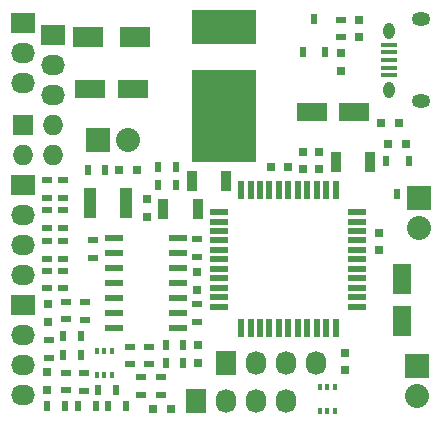
<source format=gbr>
G04 #@! TF.FileFunction,Soldermask,Top*
%FSLAX46Y46*%
G04 Gerber Fmt 4.6, Leading zero omitted, Abs format (unit mm)*
G04 Created by KiCad (PCBNEW 4.0.4-stable) date 01/19/17 12:55:29*
%MOMM*%
%LPD*%
G01*
G04 APERTURE LIST*
%ADD10C,0.100000*%
%ADD11R,1.600200X2.600960*%
%ADD12R,1.600000X0.560000*%
%ADD13R,0.560000X1.600000*%
%ADD14R,1.350000X0.400000*%
%ADD15O,0.950000X1.400000*%
%ADD16O,1.550000X1.200000*%
%ADD17R,1.727200X2.032000*%
%ADD18O,1.727200X2.032000*%
%ADD19R,0.750000X0.800000*%
%ADD20R,0.800000X0.750000*%
%ADD21R,2.600960X1.600200*%
%ADD22R,2.499360X1.800860*%
%ADD23R,0.797560X0.797560*%
%ADD24R,1.000000X2.500000*%
%ADD25R,0.900000X1.700000*%
%ADD26R,2.032000X1.727200*%
%ADD27O,2.032000X1.727200*%
%ADD28R,1.727200X1.727200*%
%ADD29O,1.727200X1.727200*%
%ADD30R,2.032000X2.032000*%
%ADD31O,2.032000X2.032000*%
%ADD32R,0.600000X0.900000*%
%ADD33R,0.900000X0.500000*%
%ADD34R,0.500000X0.900000*%
%ADD35R,1.500000X0.600000*%
%ADD36R,0.304800X0.508000*%
%ADD37R,5.400040X2.900680*%
%ADD38R,5.400040X7.900680*%
G04 APERTURE END LIST*
D10*
D11*
X103187500Y-122214640D03*
X103187500Y-125816360D03*
D12*
X87723600Y-116573800D03*
X87723600Y-117373800D03*
X87723600Y-118173800D03*
X87723600Y-118973800D03*
X87723600Y-119773800D03*
X87723600Y-120573800D03*
X87723600Y-121373800D03*
X87723600Y-122173800D03*
X87723600Y-122973800D03*
X87723600Y-123773800D03*
X87723600Y-124573800D03*
D13*
X89573600Y-126423800D03*
X90373600Y-126423800D03*
X91173600Y-126423800D03*
X91973600Y-126423800D03*
X92773600Y-126423800D03*
X93573600Y-126423800D03*
X94373600Y-126423800D03*
X95173600Y-126423800D03*
X95973600Y-126423800D03*
X96773600Y-126423800D03*
X97573600Y-126423800D03*
D12*
X99423600Y-124573800D03*
X99423600Y-123773800D03*
X99423600Y-122973800D03*
X99423600Y-122173800D03*
X99423600Y-121373800D03*
X99423600Y-120573800D03*
X99423600Y-119773800D03*
X99423600Y-118973800D03*
X99423600Y-118173800D03*
X99423600Y-117373800D03*
X99423600Y-116573800D03*
D13*
X97573600Y-114723800D03*
X96773600Y-114723800D03*
X95973600Y-114723800D03*
X95173600Y-114723800D03*
X94373600Y-114723800D03*
X93573600Y-114723800D03*
X92773600Y-114723800D03*
X91973600Y-114723800D03*
X91173600Y-114723800D03*
X90373600Y-114723800D03*
X89573600Y-114723800D03*
D14*
X102132960Y-104996400D03*
X102132960Y-104346400D03*
X102132960Y-103696400D03*
X102132960Y-103046400D03*
X102132960Y-102396400D03*
D15*
X102132960Y-106196400D03*
X102132960Y-101196400D03*
D16*
X104832960Y-107196400D03*
X104832960Y-100196400D03*
D17*
X88328500Y-129349500D03*
D18*
X90868500Y-129349500D03*
X93408500Y-129349500D03*
X95948500Y-129349500D03*
D19*
X98374200Y-128459800D03*
X98374200Y-129959800D03*
D20*
X83630200Y-133273800D03*
X82130200Y-133273800D03*
X101421500Y-109029500D03*
X102921500Y-109029500D03*
D19*
X101219000Y-118312500D03*
X101219000Y-119812500D03*
X85915500Y-129312100D03*
X85915500Y-127812100D03*
X81597500Y-115455000D03*
X81597500Y-116955000D03*
X96202500Y-111454500D03*
X96202500Y-112954500D03*
D21*
X99146360Y-108077000D03*
X95544640Y-108077000D03*
D19*
X98044000Y-103136000D03*
X98044000Y-104636000D03*
D20*
X102056500Y-110807500D03*
X103556500Y-110807500D03*
D19*
X73215500Y-125845000D03*
X73215500Y-124345000D03*
X73152000Y-131610800D03*
X73152000Y-130110800D03*
D21*
X76812140Y-106172000D03*
X80413860Y-106172000D03*
D19*
X85852000Y-123178000D03*
X85852000Y-121678000D03*
X94805500Y-111454500D03*
X94805500Y-112954500D03*
D20*
X92087000Y-112712500D03*
X93587000Y-112712500D03*
D22*
X76614020Y-101727000D03*
X80611980Y-101727000D03*
D23*
X79260700Y-113030000D03*
X80759300Y-113030000D03*
D24*
X76808200Y-115824000D03*
X79808200Y-115824000D03*
D25*
X100522700Y-112318800D03*
X97622700Y-112318800D03*
X88318000Y-113919000D03*
X85418000Y-113919000D03*
X83005000Y-116332000D03*
X85905000Y-116332000D03*
D26*
X71120000Y-114300000D03*
D27*
X71120000Y-116840000D03*
X71120000Y-119380000D03*
X71120000Y-121920000D03*
D28*
X71120000Y-109220000D03*
D29*
X73660000Y-109220000D03*
X71120000Y-111760000D03*
X73660000Y-111760000D03*
D17*
X85788500Y-132524500D03*
D18*
X88328500Y-132524500D03*
X90868500Y-132524500D03*
X93408500Y-132524500D03*
D26*
X71120000Y-124460000D03*
D27*
X71120000Y-127000000D03*
X71120000Y-129540000D03*
X71120000Y-132080000D03*
D30*
X77470000Y-110490000D03*
D31*
X80010000Y-110490000D03*
D30*
X104470200Y-129616200D03*
D31*
X104470200Y-132156200D03*
D26*
X71069200Y-100571300D03*
D27*
X71069200Y-103111300D03*
X71069200Y-105651300D03*
D26*
X73660000Y-101600000D03*
D27*
X73660000Y-104140000D03*
X73660000Y-106680000D03*
D32*
X95758000Y-100200000D03*
X96708000Y-103000000D03*
X94808000Y-103000000D03*
D33*
X82753200Y-132068000D03*
X82753200Y-130568000D03*
X81788000Y-127951800D03*
X81788000Y-129451800D03*
X81127600Y-132068000D03*
X81127600Y-130568000D03*
X80187800Y-129451800D03*
X80187800Y-127951800D03*
D34*
X84684300Y-129324100D03*
X83184300Y-129324100D03*
X84684300Y-127850900D03*
X83184300Y-127850900D03*
D33*
X73101200Y-121525600D03*
X73101200Y-123025600D03*
X73101200Y-119011000D03*
X73101200Y-120511000D03*
X73101200Y-116420200D03*
X73101200Y-117920200D03*
X73101200Y-113880200D03*
X73101200Y-115380200D03*
X74498200Y-123025600D03*
X74498200Y-121525600D03*
X74498200Y-120511000D03*
X74498200Y-119011000D03*
X74498200Y-117920200D03*
X74498200Y-116420200D03*
X74498200Y-115380200D03*
X74498200Y-113880200D03*
D34*
X78320200Y-132994400D03*
X79820200Y-132994400D03*
X77482000Y-131673600D03*
X78982000Y-131673600D03*
X74535600Y-128676400D03*
X76035600Y-128676400D03*
D33*
X73304400Y-127418400D03*
X73304400Y-128918400D03*
X76327000Y-125718000D03*
X76327000Y-124218000D03*
D34*
X75805600Y-132994400D03*
X77305600Y-132994400D03*
D33*
X85852000Y-124345000D03*
X85852000Y-125845000D03*
D34*
X74497500Y-127063500D03*
X75997500Y-127063500D03*
X73164000Y-132994400D03*
X74664000Y-132994400D03*
D33*
X74739500Y-124154500D03*
X74739500Y-125654500D03*
X74726800Y-130161600D03*
X74726800Y-131661600D03*
D34*
X82562000Y-112776000D03*
X84062000Y-112776000D03*
X84062000Y-114300000D03*
X82562000Y-114300000D03*
D33*
X85826600Y-120384000D03*
X85826600Y-118884000D03*
X77025500Y-118947500D03*
X77025500Y-120447500D03*
X76250800Y-130212400D03*
X76250800Y-131712400D03*
X98056700Y-100265800D03*
X98056700Y-101765800D03*
D34*
X76593000Y-113030000D03*
X78093000Y-113030000D03*
D32*
X102806500Y-115065000D03*
X101856500Y-112265000D03*
X103756500Y-112265000D03*
D35*
X84234000Y-126365000D03*
X84234000Y-125095000D03*
X84234000Y-123825000D03*
X84234000Y-122555000D03*
X84234000Y-121285000D03*
X84234000Y-120015000D03*
X84234000Y-118745000D03*
X78834000Y-118745000D03*
X78834000Y-120015000D03*
X78834000Y-121285000D03*
X78834000Y-122555000D03*
X78834000Y-123825000D03*
X78834000Y-125095000D03*
X78834000Y-126365000D03*
D36*
X78613000Y-128320800D03*
X77343000Y-128320800D03*
X78613000Y-130352800D03*
X77978000Y-128320800D03*
X77343000Y-130352800D03*
X77978000Y-130352800D03*
X96215200Y-133400800D03*
X97485200Y-133400800D03*
X96215200Y-131368800D03*
X96850200Y-133400800D03*
X97485200Y-131368800D03*
X96850200Y-131368800D03*
D30*
X104597200Y-115392200D03*
D31*
X104597200Y-117932200D03*
D19*
X99580700Y-100265800D03*
X99580700Y-101765800D03*
D37*
X88138000Y-100916740D03*
D38*
X88138000Y-108418126D03*
M02*

</source>
